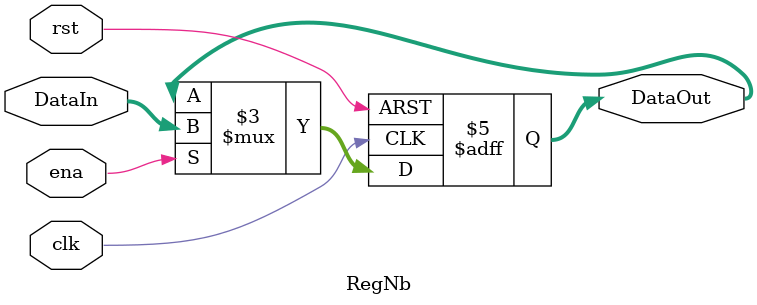
<source format=v>
`timescale 1ns / 1ps


module RegNb(clk,rst,ena,DataIn,DataOut);
parameter n = 8;

input clk, rst, ena;
input [n-1:0] DataIn;
output reg [n-1:0] DataOut;


always @(posedge clk, posedge rst)
	begin
		if (rst)
			DataOut = 0;
		else if (ena)
			DataOut = DataIn;
		else
			DataOut = DataOut;
	end
endmodule

</source>
